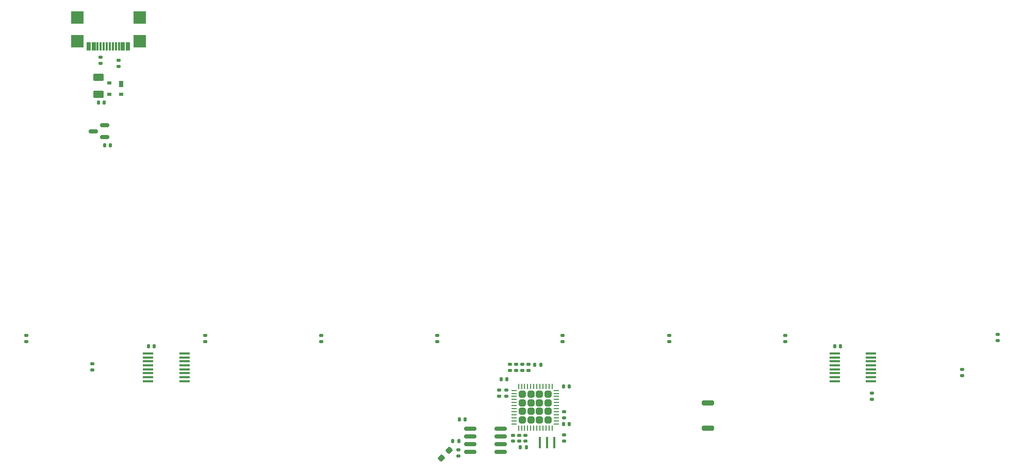
<source format=gbr>
%TF.GenerationSoftware,KiCad,Pcbnew,(7.0.0)*%
%TF.CreationDate,2023-04-02T12:45:51+02:00*%
%TF.ProjectId,travaulta,74726176-6175-46c7-9461-2e6b69636164,rev?*%
%TF.SameCoordinates,Original*%
%TF.FileFunction,Paste,Bot*%
%TF.FilePolarity,Positive*%
%FSLAX46Y46*%
G04 Gerber Fmt 4.6, Leading zero omitted, Abs format (unit mm)*
G04 Created by KiCad (PCBNEW (7.0.0)) date 2023-04-02 12:45:51*
%MOMM*%
%LPD*%
G01*
G04 APERTURE LIST*
G04 Aperture macros list*
%AMRoundRect*
0 Rectangle with rounded corners*
0 $1 Rounding radius*
0 $2 $3 $4 $5 $6 $7 $8 $9 X,Y pos of 4 corners*
0 Add a 4 corners polygon primitive as box body*
4,1,4,$2,$3,$4,$5,$6,$7,$8,$9,$2,$3,0*
0 Add four circle primitives for the rounded corners*
1,1,$1+$1,$2,$3*
1,1,$1+$1,$4,$5*
1,1,$1+$1,$6,$7*
1,1,$1+$1,$8,$9*
0 Add four rect primitives between the rounded corners*
20,1,$1+$1,$2,$3,$4,$5,0*
20,1,$1+$1,$4,$5,$6,$7,0*
20,1,$1+$1,$6,$7,$8,$9,0*
20,1,$1+$1,$8,$9,$2,$3,0*%
G04 Aperture macros list end*
%ADD10R,0.400000X1.900000*%
%ADD11RoundRect,0.140000X0.140000X0.170000X-0.140000X0.170000X-0.140000X-0.170000X0.140000X-0.170000X0*%
%ADD12RoundRect,0.140000X-0.140000X-0.170000X0.140000X-0.170000X0.140000X0.170000X-0.140000X0.170000X0*%
%ADD13RoundRect,0.140000X-0.170000X0.140000X-0.170000X-0.140000X0.170000X-0.140000X0.170000X0.140000X0*%
%ADD14RoundRect,0.150000X-0.825000X-0.150000X0.825000X-0.150000X0.825000X0.150000X-0.825000X0.150000X0*%
%ADD15RoundRect,0.135000X-0.185000X0.135000X-0.185000X-0.135000X0.185000X-0.135000X0.185000X0.135000X0*%
%ADD16RoundRect,0.135000X0.185000X-0.135000X0.185000X0.135000X-0.185000X0.135000X-0.185000X-0.135000X0*%
%ADD17RoundRect,0.135000X-0.135000X-0.185000X0.135000X-0.185000X0.135000X0.185000X-0.135000X0.185000X0*%
%ADD18RoundRect,0.250000X0.315000X-0.315000X0.315000X0.315000X-0.315000X0.315000X-0.315000X-0.315000X0*%
%ADD19RoundRect,0.062500X0.062500X-0.375000X0.062500X0.375000X-0.062500X0.375000X-0.062500X-0.375000X0*%
%ADD20RoundRect,0.062500X0.375000X-0.062500X0.375000X0.062500X-0.375000X0.062500X-0.375000X-0.062500X0*%
%ADD21R,1.778000X0.419100*%
%ADD22RoundRect,0.135000X0.135000X0.185000X-0.135000X0.185000X-0.135000X-0.185000X0.135000X-0.185000X0*%
%ADD23RoundRect,0.250000X-0.625000X0.375000X-0.625000X-0.375000X0.625000X-0.375000X0.625000X0.375000X0*%
%ADD24R,0.700000X1.000000*%
%ADD25R,0.700000X0.600000*%
%ADD26RoundRect,0.140000X0.170000X-0.140000X0.170000X0.140000X-0.170000X0.140000X-0.170000X-0.140000X0*%
%ADD27RoundRect,0.200000X-0.800000X0.200000X-0.800000X-0.200000X0.800000X-0.200000X0.800000X0.200000X0*%
%ADD28RoundRect,0.150000X0.587500X0.150000X-0.587500X0.150000X-0.587500X-0.150000X0.587500X-0.150000X0*%
%ADD29RoundRect,0.237500X-0.008839X-0.344715X0.344715X0.008839X0.008839X0.344715X-0.344715X-0.008839X0*%
%ADD30RoundRect,0.050000X-0.300000X-0.650000X0.300000X-0.650000X0.300000X0.650000X-0.300000X0.650000X0*%
%ADD31RoundRect,0.050000X-0.150000X-0.650000X0.150000X-0.650000X0.150000X0.650000X-0.150000X0.650000X0*%
%ADD32RoundRect,0.050000X-1.000000X-1.000000X1.000000X-1.000000X1.000000X1.000000X-1.000000X1.000000X0*%
G04 APERTURE END LIST*
D10*
%TO.C,Y1*%
X153415999Y-118744999D03*
X154615999Y-118744999D03*
X155815999Y-118744999D03*
%TD*%
D11*
%TO.C,C7*%
X147984000Y-108331000D03*
X147024000Y-108331000D03*
%TD*%
D12*
%TO.C,C12*%
X201831000Y-102870000D03*
X202791000Y-102870000D03*
%TD*%
D13*
%TO.C,C15*%
X149031000Y-117540000D03*
X149031000Y-118500000D03*
%TD*%
D14*
%TO.C,U5*%
X141985375Y-120269000D03*
X141985375Y-118999000D03*
X141985375Y-117729000D03*
X141985375Y-116459000D03*
X146935375Y-116459000D03*
X146935375Y-117729000D03*
X146935375Y-118999000D03*
X146935375Y-120269000D03*
%TD*%
D15*
%TO.C,R7*%
X146742000Y-110107000D03*
X146742000Y-111127000D03*
%TD*%
D16*
%TO.C,R11*%
X98425000Y-102110000D03*
X98425000Y-101090000D03*
%TD*%
D15*
%TO.C,R2*%
X151511000Y-105877000D03*
X151511000Y-106897000D03*
%TD*%
D12*
%TO.C,C9*%
X157311000Y-115663994D03*
X158271000Y-115663994D03*
%TD*%
D17*
%TO.C,R4*%
X152525000Y-105918000D03*
X153545000Y-105918000D03*
%TD*%
D18*
%TO.C,U1*%
X150554000Y-115003000D03*
X151954000Y-115003000D03*
X153354000Y-115003000D03*
X154754000Y-115003000D03*
X150554000Y-113603000D03*
X151954000Y-113603000D03*
X153354000Y-113603000D03*
X154754000Y-113603000D03*
X150554000Y-112203000D03*
X151954000Y-112203000D03*
X153354000Y-112203000D03*
X154754000Y-112203000D03*
X150554000Y-110803000D03*
X151954000Y-110803000D03*
X153354000Y-110803000D03*
X154754000Y-110803000D03*
D19*
X155404000Y-116340500D03*
X154904000Y-116340500D03*
X154404000Y-116340500D03*
X153904000Y-116340500D03*
X153404000Y-116340500D03*
X152904000Y-116340500D03*
X152404000Y-116340500D03*
X151904000Y-116340500D03*
X151404000Y-116340500D03*
X150904000Y-116340500D03*
X150404000Y-116340500D03*
X149904000Y-116340500D03*
D20*
X149216500Y-115653000D03*
X149216500Y-115153000D03*
X149216500Y-114653000D03*
X149216500Y-114153000D03*
X149216500Y-113653000D03*
X149216500Y-113153000D03*
X149216500Y-112653000D03*
X149216500Y-112153000D03*
X149216500Y-111653000D03*
X149216500Y-111153000D03*
X149216500Y-110653000D03*
X149216500Y-110153000D03*
D19*
X149904000Y-109465500D03*
X150404000Y-109465500D03*
X150904000Y-109465500D03*
X151404000Y-109465500D03*
X151904000Y-109465500D03*
X152404000Y-109465500D03*
X152904000Y-109465500D03*
X153404000Y-109465500D03*
X153904000Y-109465500D03*
X154404000Y-109465500D03*
X154904000Y-109465500D03*
X155404000Y-109465500D03*
D20*
X156091500Y-110153000D03*
X156091500Y-110653000D03*
X156091500Y-111153000D03*
X156091500Y-111653000D03*
X156091500Y-112153000D03*
X156091500Y-112653000D03*
X156091500Y-113153000D03*
X156091500Y-113653000D03*
X156091500Y-114153000D03*
X156091500Y-114653000D03*
X156091500Y-115153000D03*
X156091500Y-115653000D03*
%TD*%
D16*
%TO.C,R12*%
X157162500Y-102110000D03*
X157162500Y-101090000D03*
%TD*%
%TO.C,R15*%
X69088000Y-102110000D03*
X69088000Y-101090000D03*
%TD*%
D13*
%TO.C,C11*%
X151063000Y-117540000D03*
X151063000Y-118500000D03*
%TD*%
D16*
%TO.C,R13*%
X79883000Y-106809000D03*
X79883000Y-105789000D03*
%TD*%
D12*
%TO.C,C8*%
X157311000Y-109474000D03*
X158271000Y-109474000D03*
%TD*%
D16*
%TO.C,R10*%
X174625000Y-102110000D03*
X174625000Y-101090000D03*
%TD*%
D21*
%TO.C,U3*%
X207761839Y-104089199D03*
X207761839Y-104739439D03*
X207761839Y-105389679D03*
X207761839Y-106039919D03*
X207761839Y-106685079D03*
X207761839Y-107335319D03*
X207761839Y-107985559D03*
X207761839Y-108635799D03*
X201813159Y-108635799D03*
X201813159Y-107985559D03*
X201813159Y-107335319D03*
X201813159Y-106685079D03*
X201813159Y-106039919D03*
X201813159Y-105389679D03*
X201813159Y-104739439D03*
X201813159Y-104089199D03*
%TD*%
D16*
%TO.C,R1*%
X148463000Y-106897000D03*
X148463000Y-105877000D03*
%TD*%
%TO.C,R16*%
X228600000Y-101983000D03*
X228600000Y-100963000D03*
%TD*%
D11*
%TO.C,C14*%
X141130375Y-114935000D03*
X140170375Y-114935000D03*
%TD*%
D16*
%TO.C,R9*%
X149479000Y-106897000D03*
X149479000Y-105877000D03*
%TD*%
D12*
%TO.C,C13*%
X89107153Y-102878779D03*
X90067153Y-102878779D03*
%TD*%
D15*
%TO.C,R21*%
X140015375Y-119886000D03*
X140015375Y-120906000D03*
%TD*%
D12*
%TO.C,C5*%
X81943000Y-69850000D03*
X82903000Y-69850000D03*
%TD*%
D16*
%TO.C,R20*%
X193675000Y-102110000D03*
X193675000Y-101090000D03*
%TD*%
D22*
%TO.C,R23*%
X140144375Y-118491000D03*
X139124375Y-118491000D03*
%TD*%
D15*
%TO.C,R14*%
X207962500Y-110615000D03*
X207962500Y-111635000D03*
%TD*%
D17*
%TO.C,R6*%
X150169000Y-119507000D03*
X151189000Y-119507000D03*
%TD*%
D23*
%TO.C,F_USBC1*%
X80962500Y-58671000D03*
X80962500Y-61471000D03*
%TD*%
D24*
%TO.C,D1*%
X84692999Y-59828999D03*
D25*
X84692999Y-61528999D03*
X82692999Y-61528999D03*
X82692999Y-59628999D03*
%TD*%
D16*
%TO.C,R18*%
X81280000Y-56390000D03*
X81280000Y-55370000D03*
%TD*%
D15*
%TO.C,R3*%
X157410000Y-113663000D03*
X157410000Y-114683000D03*
%TD*%
%TO.C,R8*%
X150495000Y-105877000D03*
X150495000Y-106897000D03*
%TD*%
%TO.C,R5*%
X222758000Y-106678000D03*
X222758000Y-107698000D03*
%TD*%
D26*
%TO.C,C1*%
X147885000Y-111097000D03*
X147885000Y-110137000D03*
%TD*%
D12*
%TO.C,C4*%
X80927000Y-62865000D03*
X81887000Y-62865000D03*
%TD*%
D21*
%TO.C,U4*%
X95049339Y-104089199D03*
X95049339Y-104739439D03*
X95049339Y-105389679D03*
X95049339Y-106039919D03*
X95049339Y-106685079D03*
X95049339Y-107335319D03*
X95049339Y-107985559D03*
X95049339Y-108635799D03*
X89100659Y-108635799D03*
X89100659Y-107985559D03*
X89100659Y-107335319D03*
X89100659Y-106685079D03*
X89100659Y-106039919D03*
X89100659Y-105389679D03*
X89100659Y-104739439D03*
X89100659Y-104089199D03*
%TD*%
D27*
%TO.C,SW38*%
X180975000Y-112200000D03*
X180975000Y-116400000D03*
%TD*%
D13*
%TO.C,C6*%
X157410000Y-117503000D03*
X157410000Y-118463000D03*
%TD*%
D28*
%TO.C,U2*%
X81963500Y-66614000D03*
X81963500Y-68514000D03*
X80088500Y-67564000D03*
%TD*%
D29*
%TO.C,JP1*%
X137211140Y-121295235D03*
X138501610Y-120004765D03*
%TD*%
D30*
%TO.C,USB1*%
X79350000Y-53624000D03*
X80150000Y-53624000D03*
D31*
X80800000Y-53624000D03*
X81300000Y-53624000D03*
X81800000Y-53624000D03*
X82300000Y-53624000D03*
X82800000Y-53624000D03*
X83300000Y-53624000D03*
X83800000Y-53624000D03*
X84300000Y-53624000D03*
D30*
X84950000Y-53624000D03*
X85750000Y-53624000D03*
D32*
X77430000Y-48864000D03*
X77430000Y-52764000D03*
X87670000Y-48864000D03*
X87670000Y-52764000D03*
%TD*%
D16*
%TO.C,R19*%
X136525000Y-102110000D03*
X136525000Y-101090000D03*
%TD*%
D15*
%TO.C,R24*%
X84201000Y-55880000D03*
X84201000Y-56900000D03*
%TD*%
D13*
%TO.C,C10*%
X150047000Y-117540000D03*
X150047000Y-118500000D03*
%TD*%
D16*
%TO.C,R17*%
X117475000Y-102110000D03*
X117475000Y-101090000D03*
%TD*%
M02*

</source>
